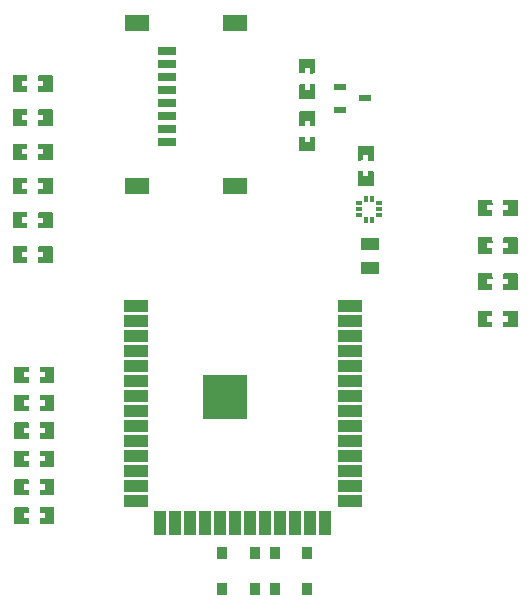
<source format=gtp>
G04 Layer: TopPasteMaskLayer*
G04 EasyEDA Pro v2.2.45.4, 2026-01-20 19:36:07*
G04 Gerber Generator version 0.3*
G04 Scale: 100 percent, Rotated: No, Reflected: No*
G04 Dimensions in millimeters*
G04 Leading zeros omitted, absolute positions, 4 integers and 5 decimals*
G04 Generated by one-click*
%FSLAX45Y45*%
%MOMM*%
%ADD10R,1.0X2.0*%
%ADD11R,2.0X1.0*%
%ADD12R,3.69999X3.69999*%
%ADD13R,0.5X0.3*%
%ADD14R,0.3X0.5*%
%ADD15R,0.85001X1.0*%
%ADD16R,1.55001X1.0*%
%ADD17R,1.5X0.8*%
%ADD18R,2.0X1.45001*%
%ADD19R,1.0745X0.6*%
%ADD20R,1.07X0.6*%
G75*


G04 PolygonModel Start*
G36*
G01X144602Y1130292D02*
G01X144602Y1002294D01*
G01X139601Y997293D01*
G01X24600Y997293D01*
G01X19601Y1002294D01*
G01X19098Y1043297D01*
G01X64099Y1043297D01*
G01X64099Y1088296D01*
G01X20099Y1088296D01*
G01X19601Y1130292D01*
G01X24600Y1135294D01*
G01X139601Y1135294D01*
G01X144602Y1130292D01*
G37*
G36*
G01X-70399Y1130292D02*
G01X-70401Y1088296D01*
G01X-114899Y1088296D01*
G01X-114899Y1043297D01*
G01X-70902Y1043297D01*
G01X-70399Y1002294D01*
G01X-75400Y997293D01*
G01X-190398Y997293D01*
G01X-195400Y1002294D01*
G01X-195400Y1130292D01*
G01X-190398Y1135294D01*
G01X-75400Y1135294D01*
G01X-70399Y1130292D01*
G37*
G36*
G01X-195402Y528695D02*
G01X-195402Y656694D01*
G01X-190401Y661695D01*
G01X-75400Y661695D01*
G01X-70401Y656694D01*
G01X-69898Y615690D01*
G01X-114899Y615690D01*
G01X-114899Y570692D01*
G01X-70899Y570692D01*
G01X-70401Y528695D01*
G01X-75400Y523694D01*
G01X-190401Y523694D01*
G01X-195402Y528695D01*
G37*
G36*
G01X19599Y528695D02*
G01X19601Y570692D01*
G01X64099Y570692D01*
G01X64099Y615690D01*
G01X20102Y615690D01*
G01X19599Y656694D01*
G01X24600Y661695D01*
G01X139598Y661695D01*
G01X144600Y656694D01*
G01X144600Y528695D01*
G01X139598Y523694D01*
G01X24600Y523694D01*
G01X19599Y528695D01*
G37*
G36*
G01X-195402Y289498D02*
G01X-195402Y417496D01*
G01X-190401Y422497D01*
G01X-75400Y422497D01*
G01X-70401Y417496D01*
G01X-69898Y376493D01*
G01X-114899Y376493D01*
G01X-114899Y331494D01*
G01X-70899Y331494D01*
G01X-70401Y289498D01*
G01X-75400Y284496D01*
G01X-190401Y284496D01*
G01X-195402Y289498D01*
G37*
G36*
G01X19599Y289498D02*
G01X19601Y331494D01*
G01X64099Y331494D01*
G01X64099Y376493D01*
G01X20102Y376493D01*
G01X19599Y417496D01*
G01X24600Y422497D01*
G01X139598Y422497D01*
G01X144600Y417496D01*
G01X144600Y289498D01*
G01X139598Y284496D01*
G01X24600Y284496D01*
G01X19599Y289498D01*
G37*
G36*
G01X-195402Y50300D02*
G01X-195402Y178298D01*
G01X-190401Y183299D01*
G01X-75400Y183299D01*
G01X-70401Y178298D01*
G01X-69898Y137295D01*
G01X-114899Y137295D01*
G01X-114899Y92296D01*
G01X-70899Y92296D01*
G01X-70401Y50300D01*
G01X-75400Y45298D01*
G01X-190401Y45298D01*
G01X-195402Y50300D01*
G37*
G36*
G01X19599Y50300D02*
G01X19601Y92296D01*
G01X64099Y92296D01*
G01X64099Y137295D01*
G01X20102Y137295D01*
G01X19599Y178298D01*
G01X24600Y183299D01*
G01X139598Y183299D01*
G01X144600Y178298D01*
G01X144600Y50300D01*
G01X139598Y45298D01*
G01X24600Y45298D01*
G01X19599Y50300D01*
G37*
G36*
G01X144602Y895894D02*
G01X144602Y767896D01*
G01X139601Y762895D01*
G01X24600Y762895D01*
G01X19601Y767896D01*
G01X19098Y808899D01*
G01X64099Y808899D01*
G01X64099Y853898D01*
G01X20099Y853898D01*
G01X19601Y895894D01*
G01X24600Y900895D01*
G01X139601Y900895D01*
G01X144602Y895894D01*
G37*
G36*
G01X-70399Y895894D02*
G01X-70401Y853898D01*
G01X-114899Y853898D01*
G01X-114899Y808899D01*
G01X-70902Y808899D01*
G01X-70399Y767896D01*
G01X-75400Y762895D01*
G01X-190398Y762895D01*
G01X-195400Y767896D01*
G01X-195400Y895894D01*
G01X-190398Y900895D01*
G01X-75400Y900895D01*
G01X-70399Y895894D01*
G37*
G36*
G01X132398Y2967220D02*
G01X132398Y2839222D01*
G01X127396Y2834221D01*
G01X12395Y2834221D01*
G01X7396Y2839222D01*
G01X6894Y2880225D01*
G01X51895Y2880225D01*
G01X51895Y2925224D01*
G01X7894Y2925224D01*
G01X7396Y2967220D01*
G01X12395Y2972222D01*
G01X127396Y2972222D01*
G01X132398Y2967220D01*
G37*
G36*
G01X-208597Y2839220D02*
G01X-208597Y2967218D01*
G01X-203596Y2972219D01*
G01X-88595Y2972219D01*
G01X-83596Y2967218D01*
G01X-83094Y2926215D01*
G01X-128095Y2926215D01*
G01X-128095Y2881216D01*
G01X-84094Y2881216D01*
G01X-83596Y2839220D01*
G01X-88595Y2834218D01*
G01X-203596Y2834218D01*
G01X-208597Y2839220D01*
G37*
G36*
G01X132398Y3256780D02*
G01X132398Y3128782D01*
G01X127396Y3123781D01*
G01X12395Y3123781D01*
G01X7396Y3128782D01*
G01X6894Y3169785D01*
G01X51895Y3169785D01*
G01X51895Y3214784D01*
G01X7894Y3214784D01*
G01X7396Y3256780D01*
G01X12395Y3261782D01*
G01X127396Y3261782D01*
G01X132398Y3256780D01*
G37*
G36*
G01X-208597Y3128780D02*
G01X-208597Y3256778D01*
G01X-203596Y3261779D01*
G01X-88595Y3261779D01*
G01X-83596Y3256778D01*
G01X-83094Y3215775D01*
G01X-128095Y3215775D01*
G01X-128095Y3170776D01*
G01X-84094Y3170776D01*
G01X-83596Y3128780D01*
G01X-88595Y3123778D01*
G01X-203596Y3123778D01*
G01X-208597Y3128780D01*
G37*
G36*
G01X132398Y2677660D02*
G01X132398Y2549662D01*
G01X127396Y2544661D01*
G01X12395Y2544661D01*
G01X7396Y2549662D01*
G01X6894Y2590665D01*
G01X51895Y2590665D01*
G01X51895Y2635664D01*
G01X7894Y2635664D01*
G01X7396Y2677660D01*
G01X12395Y2682662D01*
G01X127396Y2682662D01*
G01X132398Y2677660D01*
G37*
G36*
G01X-208597Y2549660D02*
G01X-208597Y2677658D01*
G01X-203596Y2682659D01*
G01X-88595Y2682659D01*
G01X-83596Y2677658D01*
G01X-83094Y2636655D01*
G01X-128095Y2636655D01*
G01X-128095Y2591656D01*
G01X-84094Y2591656D01*
G01X-83596Y2549660D01*
G01X-88595Y2544658D01*
G01X-203596Y2544658D01*
G01X-208597Y2549660D01*
G37*
G36*
G01X-208597Y3418340D02*
G01X-208597Y3546338D01*
G01X-203596Y3551339D01*
G01X-88595Y3551339D01*
G01X-83596Y3546338D01*
G01X-83094Y3505335D01*
G01X-128095Y3505335D01*
G01X-128095Y3460336D01*
G01X-84094Y3460336D01*
G01X-83596Y3418340D01*
G01X-88595Y3413338D01*
G01X-203596Y3413338D01*
G01X-208597Y3418340D01*
G37*
G36*
G01X132398Y3546340D02*
G01X132398Y3418342D01*
G01X127396Y3413341D01*
G01X12395Y3413341D01*
G01X7396Y3418342D01*
G01X6894Y3459345D01*
G01X51895Y3459345D01*
G01X51895Y3504344D01*
G01X7894Y3504344D01*
G01X7396Y3546340D01*
G01X12395Y3551342D01*
G01X127396Y3551342D01*
G01X132398Y3546340D01*
G37*
G36*
G01X-208597Y3707900D02*
G01X-208597Y3835898D01*
G01X-203596Y3840899D01*
G01X-88595Y3840899D01*
G01X-83596Y3835898D01*
G01X-83094Y3794895D01*
G01X-128095Y3794895D01*
G01X-128095Y3749896D01*
G01X-84094Y3749896D01*
G01X-83596Y3707900D01*
G01X-88595Y3702898D01*
G01X-203596Y3702898D01*
G01X-208597Y3707900D01*
G37*
G36*
G01X132398Y3835900D02*
G01X132398Y3707902D01*
G01X127396Y3702901D01*
G01X12395Y3702901D01*
G01X7396Y3707902D01*
G01X6894Y3748905D01*
G01X51895Y3748905D01*
G01X51895Y3793904D01*
G01X7894Y3793904D01*
G01X7396Y3835900D01*
G01X12395Y3840902D01*
G01X127396Y3840902D01*
G01X132398Y3835900D01*
G37*
G36*
G01X2350000Y3195498D02*
G01X2222002Y3195498D01*
G01X2217001Y3200499D01*
G01X2217001Y3315500D01*
G01X2222002Y3320499D01*
G01X2263005Y3321002D01*
G01X2263005Y3276001D01*
G01X2308004Y3276001D01*
G01X2308004Y3320001D01*
G01X2350000Y3320499D01*
G01X2355002Y3315500D01*
G01X2355002Y3200499D01*
G01X2350000Y3195498D01*
G37*
G36*
G01X2350000Y3410499D02*
G01X2308004Y3410501D01*
G01X2308004Y3454999D01*
G01X2263005Y3454999D01*
G01X2263005Y3411002D01*
G01X2222002Y3410499D01*
G01X2217001Y3415500D01*
G01X2217001Y3530498D01*
G01X2222002Y3535500D01*
G01X2350000Y3535500D01*
G01X2355002Y3530498D01*
G01X2355002Y3415500D01*
G01X2350000Y3410499D01*
G37*
G36*
G01X2350000Y3639503D02*
G01X2222002Y3639503D01*
G01X2217001Y3644504D01*
G01X2217001Y3759505D01*
G01X2222002Y3764504D01*
G01X2263005Y3765006D01*
G01X2263005Y3720005D01*
G01X2308004Y3720005D01*
G01X2308004Y3764006D01*
G01X2350000Y3764504D01*
G01X2355002Y3759505D01*
G01X2355002Y3644504D01*
G01X2350000Y3639503D01*
G37*
G36*
G01X2222000Y3980498D02*
G01X2349998Y3980498D01*
G01X2354999Y3975496D01*
G01X2354999Y3860495D01*
G01X2349998Y3855496D01*
G01X2308995Y3854994D01*
G01X2308995Y3899995D01*
G01X2263996Y3899995D01*
G01X2263996Y3855994D01*
G01X2222000Y3855496D01*
G01X2216998Y3860495D01*
G01X2216998Y3975496D01*
G01X2222000Y3980498D01*
G37*
G36*
G01X2717300Y3243402D02*
G01X2845298Y3243402D01*
G01X2850299Y3238401D01*
G01X2850299Y3123400D01*
G01X2845298Y3118401D01*
G01X2804295Y3117898D01*
G01X2804295Y3162899D01*
G01X2759296Y3162899D01*
G01X2759296Y3118899D01*
G01X2717300Y3118401D01*
G01X2712298Y3123400D01*
G01X2712298Y3238401D01*
G01X2717300Y3243402D01*
G37*
G36*
G01X2717300Y3028401D02*
G01X2759296Y3028399D01*
G01X2759296Y2983901D01*
G01X2804295Y2983901D01*
G01X2804295Y3027898D01*
G01X2845298Y3028401D01*
G01X2850299Y3023400D01*
G01X2850299Y2908402D01*
G01X2845298Y2903400D01*
G01X2717300Y2903400D01*
G01X2712298Y2908402D01*
G01X2712298Y3023400D01*
G01X2717300Y3028401D01*
G37*
G36*
G01X3728898Y2031500D02*
G01X3728898Y2159498D01*
G01X3733899Y2164499D01*
G01X3848900Y2164499D01*
G01X3853899Y2159498D01*
G01X3854402Y2118495D01*
G01X3809401Y2118495D01*
G01X3809401Y2073496D01*
G01X3853401Y2073496D01*
G01X3853899Y2031500D01*
G01X3848900Y2026498D01*
G01X3733899Y2026498D01*
G01X3728898Y2031500D01*
G37*
G36*
G01X3943899Y2031500D02*
G01X3943901Y2073496D01*
G01X3988399Y2073496D01*
G01X3988399Y2118495D01*
G01X3944402Y2118495D01*
G01X3943899Y2159498D01*
G01X3948900Y2164499D01*
G01X4063898Y2164499D01*
G01X4068900Y2159498D01*
G01X4068900Y2031500D01*
G01X4063898Y2026498D01*
G01X3948900Y2026498D01*
G01X3943899Y2031500D01*
G37*
G36*
G01X3728898Y2336300D02*
G01X3728898Y2464298D01*
G01X3733899Y2469299D01*
G01X3848900Y2469299D01*
G01X3853899Y2464298D01*
G01X3854402Y2423295D01*
G01X3809401Y2423295D01*
G01X3809401Y2378296D01*
G01X3853401Y2378296D01*
G01X3853899Y2336300D01*
G01X3848900Y2331298D01*
G01X3733899Y2331298D01*
G01X3728898Y2336300D01*
G37*
G36*
G01X3943899Y2336300D02*
G01X3943901Y2378296D01*
G01X3988399Y2378296D01*
G01X3988399Y2423295D01*
G01X3944402Y2423295D01*
G01X3943899Y2464298D01*
G01X3948900Y2469299D01*
G01X4063898Y2469299D01*
G01X4068900Y2464298D01*
G01X4068900Y2336300D01*
G01X4063898Y2331298D01*
G01X3948900Y2331298D01*
G01X3943899Y2336300D01*
G37*
G36*
G01X3728898Y2653800D02*
G01X3728898Y2781798D01*
G01X3733899Y2786799D01*
G01X3848900Y2786799D01*
G01X3853899Y2781798D01*
G01X3854402Y2740795D01*
G01X3809401Y2740795D01*
G01X3809401Y2695796D01*
G01X3853401Y2695796D01*
G01X3853899Y2653800D01*
G01X3848900Y2648798D01*
G01X3733899Y2648798D01*
G01X3728898Y2653800D01*
G37*
G36*
G01X3943899Y2653800D02*
G01X3943901Y2695796D01*
G01X3988399Y2695796D01*
G01X3988399Y2740795D01*
G01X3944402Y2740795D01*
G01X3943899Y2781798D01*
G01X3948900Y2786799D01*
G01X4063898Y2786799D01*
G01X4068900Y2781798D01*
G01X4068900Y2653800D01*
G01X4063898Y2648798D01*
G01X3948900Y2648798D01*
G01X3943899Y2653800D01*
G37*
G36*
G01X4068902Y1842000D02*
G01X4068902Y1714002D01*
G01X4063901Y1709001D01*
G01X3948900Y1709001D01*
G01X3943901Y1714002D01*
G01X3943398Y1755005D01*
G01X3988399Y1755005D01*
G01X3988399Y1800004D01*
G01X3944399Y1800004D01*
G01X3943901Y1842000D01*
G01X3948900Y1847002D01*
G01X4063901Y1847002D01*
G01X4068902Y1842000D01*
G37*
G36*
G01X3853901Y1842000D02*
G01X3853899Y1800004D01*
G01X3809401Y1800004D01*
G01X3809401Y1755005D01*
G01X3853398Y1755005D01*
G01X3853901Y1714002D01*
G01X3848900Y1709001D01*
G01X3733902Y1709001D01*
G01X3728900Y1714002D01*
G01X3728900Y1842000D01*
G01X3733902Y1847002D01*
G01X3848900Y1847002D01*
G01X3853901Y1842000D01*
G37*
G36*
G01X-208597Y2260100D02*
G01X-208597Y2388098D01*
G01X-203596Y2393099D01*
G01X-88595Y2393099D01*
G01X-83596Y2388098D01*
G01X-83094Y2347095D01*
G01X-128095Y2347095D01*
G01X-128095Y2302096D01*
G01X-84094Y2302096D01*
G01X-83596Y2260100D01*
G01X-88595Y2255098D01*
G01X-203596Y2255098D01*
G01X-208597Y2260100D01*
G37*
G36*
G01X132398Y2388100D02*
G01X132398Y2260102D01*
G01X127396Y2255101D01*
G01X12395Y2255101D01*
G01X7396Y2260102D01*
G01X6894Y2301105D01*
G01X51895Y2301105D01*
G01X51895Y2346104D01*
G01X7894Y2346104D01*
G01X7396Y2388100D01*
G01X12395Y2393102D01*
G01X127396Y2393102D01*
G01X132398Y2388100D01*
G37*
G36*
G01X-194622Y1241490D02*
G01X-194622Y1369488D01*
G01X-189621Y1374489D01*
G01X-74620Y1374489D01*
G01X-69621Y1369488D01*
G01X-69118Y1328485D01*
G01X-114120Y1328485D01*
G01X-114120Y1283486D01*
G01X-70119Y1283486D01*
G01X-69621Y1241490D01*
G01X-74620Y1236488D01*
G01X-189621Y1236488D01*
G01X-194622Y1241490D01*
G37*
G36*
G01X20378Y1241490D02*
G01X20381Y1283486D01*
G01X64879Y1283486D01*
G01X64879Y1328485D01*
G01X20881Y1328485D01*
G01X20378Y1369488D01*
G01X25380Y1374489D01*
G01X140378Y1374489D01*
G01X145379Y1369488D01*
G01X145379Y1241490D01*
G01X140378Y1236488D01*
G01X25380Y1236488D01*
G01X20378Y1241490D01*
G37*

G04 Pad Start*
G54D10*
G01X1168400Y51994D03*
G01X1295400Y51994D03*
G01X1422400Y51994D03*
G01X1549400Y51994D03*
G01X1676400Y51994D03*
G01X1803400Y51994D03*
G01X1930400Y51994D03*
G01X2057400Y51994D03*
G01X2184400Y51994D03*
G01X2311400Y51994D03*
G54D11*
G01X839902Y232486D03*
G54D12*
G01X1589888Y1112495D03*
G54D11*
G01X839902Y359486D03*
G01X839902Y486486D03*
G01X839902Y613486D03*
G01X839902Y740486D03*
G01X839902Y867486D03*
G01X839902Y994486D03*
G01X839902Y1121486D03*
G01X839902Y1248486D03*
G01X839902Y1375486D03*
G01X839902Y1502486D03*
G01X839902Y1629486D03*
G01X839902Y1756486D03*
G01X839902Y1883486D03*
G54D10*
G01X1041400Y51994D03*
G01X2438400Y51994D03*
G54D11*
G01X2649906Y232486D03*
G01X2649906Y359486D03*
G01X2649906Y486486D03*
G01X2649906Y613486D03*
G01X2649906Y740486D03*
G01X2649906Y867486D03*
G01X2649906Y994486D03*
G01X2649906Y1121486D03*
G01X2649906Y1248486D03*
G01X2649906Y1375486D03*
G01X2649906Y1502486D03*
G01X2649906Y1629486D03*
G01X2649906Y1756486D03*
G01X2649906Y1883486D03*
G54D13*
G01X2893619Y2755087D03*
G01X2893619Y2705100D03*
G01X2893619Y2655087D03*
G54D14*
G01X2831694Y2617978D03*
G01X2781706Y2617978D03*
G54D13*
G01X2719781Y2655087D03*
G01X2719781Y2705100D03*
G01X2719781Y2755087D03*
G54D14*
G01X2781706Y2792222D03*
G01X2831694Y2792222D03*
G54D15*
G01X1839290Y-505600D03*
G01X1564310Y-505600D03*
G01X1839290Y-205600D03*
G01X1564310Y-205600D03*
G01X2008810Y-205600D03*
G01X2283790Y-205600D03*
G01X2008810Y-505600D03*
G01X2283790Y-505600D03*
G54D16*
G01X2819400Y2211400D03*
G01X2819400Y2411400D03*
G54D17*
G01X1102297Y3274111D03*
G01X1102297Y3384118D03*
G01X1102297Y3494100D03*
G01X1102297Y3604108D03*
G01X1102297Y3714115D03*
G01X1102297Y3824122D03*
G01X1102297Y3934104D03*
G01X1102297Y4044112D03*
G54D18*
G01X1672298Y4281602D03*
G01X842302Y4281602D03*
G01X842302Y2906624D03*
G01X1672298Y2906598D03*
G54D20*
G01X2770505Y3644900D03*
G01X2563495Y3549904D03*
G01X2563495Y3739896D03*
G04 Pad End*

M02*


</source>
